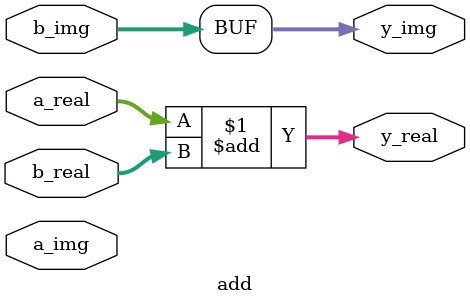
<source format=v>

module add(

input wire [8:0] a_real,
input wire [8:0] a_img,
input wire [8:0] b_real,
input wire [8:0] b_img,
output wire [8:0] y_real,
output wire [8:0] y_img
);


assign y_real = a_real + b_real;
assign y_img =  b_img; //assign y_img = a_img + b_img;


endmodule
</source>
